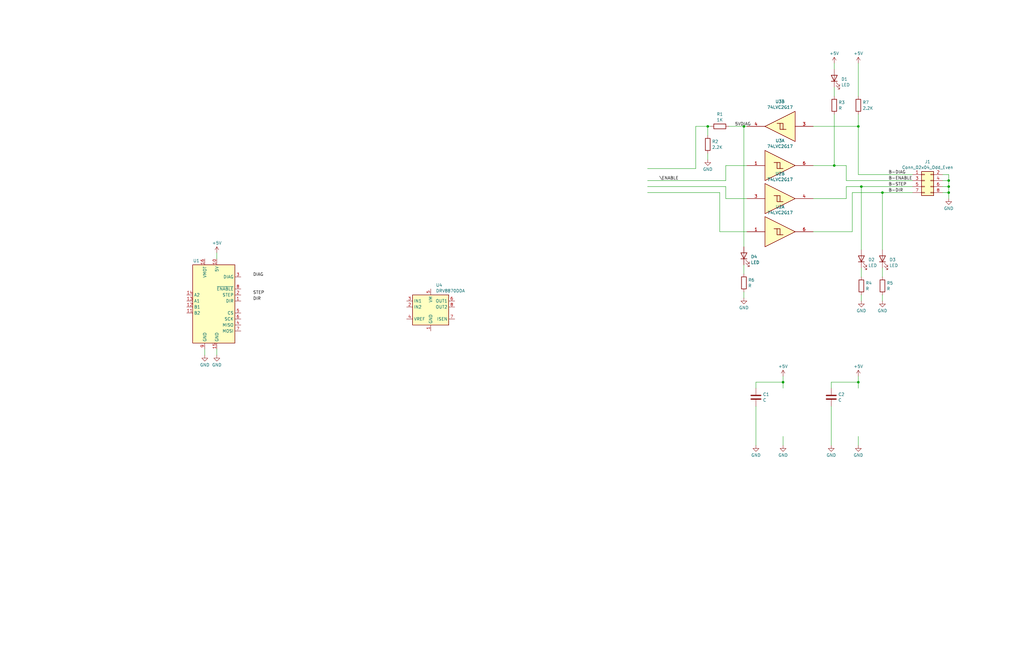
<source format=kicad_sch>
(kicad_sch (version 20231120) (generator "eeschema") (generator_version "8.0")
  (paper "USLedger")
  (title_block (title "Main-SchDoc") (date "06 02 2023"))
  (lib_symbols
    (symbol "74xGxx:74LVC2G17"
      (property "Reference" "U" (at -1.27 7.62 0))
      (property "Value" "74LVC2G17" (at 2.54 -7.62 0))
      (symbol "74LVC2G17_1_1"
        (polyline (pts (xy -2.54 1.27) (xy -1.27 1.27) (xy -1.27 -1.27)) (stroke (width 0.254)) (fill (type background)))
        (polyline (pts (xy -7.62 6.35) (xy -7.62 -6.35) (xy 5.08 0) (xy -7.62 6.35)) (stroke (width 0.254)) (fill (type background)))
        (polyline (pts (xy -3.81 1.27) (xy -2.54 1.27) (xy -2.54 -1.27) (xy 0 -1.27)) (stroke (width 0.254)) (fill (type background)))
        (pin input line (at -15.24 0 0) (length 7.62) (name "~") (number "1"))
        (pin output line (at 12.7 0 180) (length 7.62) (name "~") (number "6"))
      )
      (symbol "74LVC2G17_2_1"
        (polyline (pts (xy -2.54 1.27) (xy -1.27 1.27) (xy -1.27 -1.27)) (stroke (width 0.254)) (fill (type background)))
        (polyline (pts (xy -7.62 6.35) (xy -7.62 -6.35) (xy 5.08 0) (xy -7.62 6.35)) (stroke (width 0.254)) (fill (type background)))
        (polyline (pts (xy -3.81 1.27) (xy -2.54 1.27) (xy -2.54 -1.27) (xy 0 -1.27)) (stroke (width 0.254)) (fill (type background)))
        (pin input line (at -15.24 0 0) (length 7.62) (name "~") (number "3"))
        (pin output line (at 12.7 0 180) (length 7.62) (name "~") (number "4"))
      )
      (symbol "74LVC2G17_3_0"
        (rectangle (start -5.08 -5.08) (end 5.08 5.08) (stroke (width 0.254)) (fill (type background)))
      )
      (symbol "74LVC2G17_3_1"
        (pin power_in line (at 0 -10.16 90) (length 5.08) (name "GND") (number "2"))
        (pin power_in line (at 0 10.16 270) (length 5.08) (name "VCC") (number "5"))
      )
    )
    (symbol "Connector_Generic:Conn_02x04_Odd_Even" (pin_names (offset 1.016) hide)
      (property "Reference" "J" (at 1.27 5.08 0))
      (property "Value" "Conn_02x04_Odd_Even" (at 1.27 -7.62 0))
      (symbol "Conn_02x04_Odd_Even_1_1"
        (rectangle (start -1.27 -4.953) (end 0 -5.207) (stroke (width 0.1524)))
        (rectangle (start -1.27 -2.413) (end 0 -2.667) (stroke (width 0.1524)))
        (rectangle (start -1.27 0.127) (end 0 -0.127) (stroke (width 0.1524)))
        (rectangle (start -1.27 2.667) (end 0 2.413) (stroke (width 0.1524)))
        (rectangle (start -1.27 3.81) (end 3.81 -6.35) (stroke (width 0.254)) (fill (type background)))
        (rectangle (start 3.81 -4.953) (end 2.54 -5.207) (stroke (width 0.1524)))
        (rectangle (start 3.81 -2.413) (end 2.54 -2.667) (stroke (width 0.1524)))
        (rectangle (start 3.81 0.127) (end 2.54 -0.127) (stroke (width 0.1524)))
        (rectangle (start 3.81 2.667) (end 2.54 2.413) (stroke (width 0.1524)))
        (pin passive line (at -5.08 2.54 0) (length 3.81) (name "Pin_1") (number "1"))
        (pin passive line (at 7.62 2.54 180) (length 3.81) (name "Pin_2") (number "2"))
        (pin passive line (at -5.08 0 0) (length 3.81) (name "Pin_3") (number "3"))
        (pin passive line (at 7.62 0 180) (length 3.81) (name "Pin_4") (number "4"))
        (pin passive line (at -5.08 -2.54 0) (length 3.81) (name "Pin_5") (number "5"))
        (pin passive line (at 7.62 -2.54 180) (length 3.81) (name "Pin_6") (number "6"))
        (pin passive line (at -5.08 -5.08 0) (length 3.81) (name "Pin_7") (number "7"))
        (pin passive line (at 7.62 -5.08 180) (length 3.81) (name "Pin_8") (number "8"))
      )
    )
    (symbol "Device:C" (pin_numbers hide) (pin_names (offset 0.254))
      (property "Reference" "C" (at 0.635 2.54 0))
      (property "Value" "C" (at 0.635 -2.54 0))
      (symbol "C_0_1"
        (polyline (pts (xy -2.032 -0.762) (xy 2.032 -0.762)) (stroke (width 0.508)))
        (polyline (pts (xy -2.032 0.762) (xy 2.032 0.762)) (stroke (width 0.508)))
      )
      (symbol "C_1_1"
        (pin passive line (at 0 3.81 270) (length 2.794) (name "~") (number "1"))
        (pin passive line (at 0 -3.81 90) (length 2.794) (name "~") (number "2"))
      )
    )
    (symbol "Device:LED" (pin_numbers hide) (pin_names (offset 1.016) hide)
      (property "Reference" "D" (at 0 2.54 0))
      (property "Value" "LED" (at 0 -2.54 0))
      (symbol "LED_0_1"
        (polyline (pts (xy -1.27 -1.27) (xy -1.27 1.27)) (stroke (width 0.254)))
        (polyline (pts (xy -1.27 0) (xy 1.27 0)))
        (polyline (pts (xy 1.27 -1.27) (xy 1.27 1.27) (xy -1.27 0) (xy 1.27 -1.27)) (stroke (width 0.254)))
        (polyline (pts (xy -3.048 -0.762) (xy -4.572 -2.286) (xy -3.81 -2.286) (xy -4.572 -2.286) (xy -4.572 -1.524)))
        (polyline (pts (xy -1.778 -0.762) (xy -3.302 -2.286) (xy -2.54 -2.286) (xy -3.302 -2.286) (xy -3.302 -1.524)))
      )
      (symbol "LED_1_1"
        (pin passive line (at -3.81 0 0) (length 2.54) (name "K") (number "1"))
        (pin passive line (at 3.81 0 180) (length 2.54) (name "A") (number "2"))
      )
    )
    (symbol "Device:R" (pin_numbers hide) (pin_names (offset 0))
      (property "Reference" "R" (at 2.032 0 90))
      (property "Value" "R" (at 0 0 90))
      (symbol "R_0_1"
        (rectangle (start -1.016 -2.54) (end 1.016 2.54) (stroke (width 0.254)))
      )
      (symbol "R_1_1"
        (pin passive line (at 0 3.81 270) (length 1.27) (name "~") (number "1"))
        (pin passive line (at 0 -3.81 90) (length 1.27) (name "~") (number "2"))
      )
    )
    (symbol "Driver_Motor:DRV8870DDA"
      (property "Reference" "U" (at -6.35 6.35 0))
      (property "Value" "DRV8870DDA" (at 8.89 6.35 0))
      (symbol "DRV8870DDA_0_1"
        (rectangle (start -7.62 5.08) (end 7.62 -7.62) (stroke (width 0.254)) (fill (type background)))
      )
      (symbol "DRV8870DDA_1_1"
        (pin power_in line (at 0 -10.16 90) (length 2.54) (name "GND") (number "1"))
        (pin input line (at -10.16 0 0) (length 2.54) (name "IN2") (number "2"))
        (pin input line (at -10.16 2.54 0) (length 2.54) (name "IN1") (number "3"))
        (pin input line (at -10.16 -5.08 0) (length 2.54) (name "VREF") (number "4"))
        (pin power_in line (at 0 7.62 270) (length 2.54) (name "VM") (number "5"))
        (pin output line (at 10.16 2.54 180) (length 2.54) (name "OUT1") (number "6"))
        (pin passive line (at 10.16 -5.08 180) (length 2.54) (name "ISEN") (number "7"))
        (pin output line (at 10.16 0 180) (length 2.54) (name "OUT2") (number "8"))
        (pin passive line (at 0 -10.16 90) (length 2.54) hide (name "GND") (number "9"))
      )
    )
    (symbol "custom:ez-driver-connector"
      (property "Reference" "U" (at -2.54 19.05 0))
      (symbol "ez-driver-connector_0_1"
        (rectangle (start 10.16 -17.78) (end -7.62 15.24) (stroke (width 0.254)) (fill (type background)))
      )
      (symbol "ez-driver-connector_1_1"
        (pin input line (at -10.16 0 0) (length 2.54) (name "DIR") (number "1"))
        (pin power_in line (at 0 17.78 270) (length 2.54) (name "5V") (number "10"))
        (pin output line (at 12.7 -5.08 180) (length 2.54) (name "B2") (number "11"))
        (pin output line (at 12.7 -2.54 180) (length 2.54) (name "B1") (number "12"))
        (pin output line (at 12.7 0 180) (length 2.54) (name "A1") (number "13"))
        (pin output line (at 12.7 2.54 180) (length 2.54) (name "A2") (number "14"))
        (pin power_in line (at 0 -20.32 90) (length 2.54) (name "GND") (number "15"))
        (pin power_in line (at 5.08 17.78 270) (length 2.54) (name "VMOT") (number "16"))
        (pin input line (at -10.16 2.54 0) (length 2.54) (name "STEP") (number "2"))
        (pin input line (at -10.16 10.16 0) (length 2.54) (name "DIAG") (number "3"))
        (pin input line (at -10.16 -10.16 0) (length 2.54) (name "MISO") (number "4"))
        (pin input line (at -10.16 -5.08 0) (length 2.54) (name "CS") (number "5"))
        (pin input line (at -10.16 -7.62 0) (length 2.54) (name "SCK") (number "6"))
        (pin input line (at -10.16 -12.7 0) (length 2.54) (name "MOSI") (number "7"))
        (pin input line (at -10.16 5.08 0) (length 2.54) (name "~{ENABLE}") (number "8"))
        (pin power_in line (at 5.08 -20.32 90) (length 2.54) (name "GND") (number "9"))
      )
    )
    (symbol "power:+5V" (power) (pin_names (offset 0))
      (property "Value" "+5V" (at 0 3.556 0))
      (symbol "+5V_0_1"
        (polyline (pts (xy -0.762 1.27) (xy 0 2.54)))
        (polyline (pts (xy 0 0) (xy 0 2.54)))
        (polyline (pts (xy 0 2.54) (xy 0.762 1.27)))
      )
      (symbol "+5V_1_1"
        (pin power_in line (at 0 0 90) (length 0) hide (name "+5V") (number "1"))
      )
    )
    (symbol "power:GND" (power) (pin_names (offset 0))
      (property "Value" "GND" (at 0 -3.81 0))
      (symbol "GND_0_1"
        (polyline (pts (xy 0 0) (xy 0 -1.27) (xy 1.27 -1.27) (xy 0 -2.54) (xy -1.27 -1.27) (xy 0 -1.27)))
      )
      (symbol "GND_1_1"
        (pin power_in line (at 0 0 270) (length 0) hide (name "GND") (number "1"))
      )
    )
  )
  (junction (at 400.05 76.2))
  (junction (at 372.11 81.28))
  (junction (at 298.45 53.34))
  (junction (at 400.05 81.28))
  (junction (at 330.2 161.29))
  (junction (at 351.79 69.85))
  (junction (at 361.95 53.34))
  (junction (at 361.95 161.29))
  (junction (at 400.05 78.74))
  (junction (at 313.69 53.34))
  (junction (at 363.22 78.74))
  (wire (pts (xy 400.05 78.74) (xy 400.05 76.2)))
  (wire (pts (xy 273.05 71.12) (xy 293.37 71.12)))
  (wire (pts (xy 361.95 26.67) (xy 361.95 40.64)))
  (wire (pts (xy 372.11 113.03) (xy 372.11 116.84)))
  (wire (pts (xy 273.05 78.74) (xy 306.07 78.74)))
  (wire (pts (xy 351.79 69.85) (xy 356.87 69.85)))
  (wire (pts (xy 372.11 124.46) (xy 372.11 127)))
  (wire (pts (xy 350.52 171.45) (xy 350.52 187.96)))
  (wire (pts (xy 298.45 53.34) (xy 298.45 57.15)))
  (wire (pts (xy 303.53 97.79) (xy 303.53 81.28)))
  (wire (pts (xy 314.96 97.79) (xy 303.53 97.79)))
  (wire (pts (xy 350.52 161.29) (xy 361.95 161.29)))
  (wire (pts (xy 306.07 83.82) (xy 314.96 83.82)))
  (wire (pts (xy 363.22 78.74) (xy 384.81 78.74)))
  (wire (pts (xy 400.05 76.2) (xy 397.51 76.2)))
  (wire (pts (xy 91.44 147.32) (xy 91.44 149.86)))
  (wire (pts (xy 307.34 53.34) (xy 313.69 53.34)))
  (wire (pts (xy 318.77 171.45) (xy 318.77 187.96)))
  (wire (pts (xy 306.07 69.85) (xy 314.96 69.85)))
  (wire (pts (xy 384.81 76.2) (xy 356.87 76.2)))
  (wire (pts (xy 351.79 48.26) (xy 351.79 69.85)))
  (wire (pts (xy 330.2 161.29) (xy 330.2 163.83)))
  (wire (pts (xy 361.95 48.26) (xy 361.95 53.34)))
  (wire (pts (xy 361.95 53.34) (xy 361.95 73.66)))
  (wire (pts (xy 400.05 83.82) (xy 400.05 81.28)))
  (wire (pts (xy 313.69 111.76) (xy 313.69 115.57)))
  (wire (pts (xy 293.37 71.12) (xy 293.37 53.34)))
  (wire (pts (xy 342.9 83.82) (xy 356.87 83.82)))
  (wire (pts (xy 318.77 161.29) (xy 330.2 161.29)))
  (wire (pts (xy 356.87 76.2) (xy 356.87 69.85)))
  (wire (pts (xy 299.72 53.34) (xy 298.45 53.34)))
  (wire (pts (xy 313.69 53.34) (xy 314.96 53.34)))
  (wire (pts (xy 293.37 53.34) (xy 298.45 53.34)))
  (wire (pts (xy 298.45 67.31) (xy 298.45 64.77)))
  (wire (pts (xy 361.95 161.29) (xy 361.95 163.83)))
  (wire (pts (xy 318.77 163.83) (xy 318.77 161.29)))
  (wire (pts (xy 86.36 147.32) (xy 86.36 149.86)))
  (wire (pts (xy 361.95 158.75) (xy 361.95 161.29)))
  (wire (pts (xy 363.22 124.46) (xy 363.22 127)))
  (wire (pts (xy 306.07 76.2) (xy 306.07 69.85)))
  (wire (pts (xy 361.95 73.66) (xy 384.81 73.66)))
  (wire (pts (xy 91.44 106.68) (xy 91.44 109.22)))
  (wire (pts (xy 313.69 123.19) (xy 313.69 125.73)))
  (wire (pts (xy 351.79 26.67) (xy 351.79 29.21)))
  (wire (pts (xy 363.22 105.41) (xy 363.22 78.74)))
  (wire (pts (xy 363.22 113.03) (xy 363.22 116.84)))
  (wire (pts (xy 400.05 78.74) (xy 397.51 78.74)))
  (wire (pts (xy 356.87 83.82) (xy 356.87 78.74)))
  (wire (pts (xy 342.9 53.34) (xy 361.95 53.34)))
  (wire (pts (xy 400.05 73.66) (xy 397.51 73.66)))
  (wire (pts (xy 350.52 163.83) (xy 350.52 161.29)))
  (wire (pts (xy 372.11 105.41) (xy 372.11 81.28)))
  (wire (pts (xy 361.95 184.15) (xy 361.95 187.96)))
  (wire (pts (xy 359.41 81.28) (xy 372.11 81.28)))
  (wire (pts (xy 342.9 69.85) (xy 351.79 69.85)))
  (wire (pts (xy 359.41 81.28) (xy 359.41 97.79)))
  (wire (pts (xy 303.53 81.28) (xy 273.05 81.28)))
  (wire (pts (xy 356.87 78.74) (xy 363.22 78.74)))
  (wire (pts (xy 351.79 36.83) (xy 351.79 40.64)))
  (wire (pts (xy 400.05 81.28) (xy 397.51 81.28)))
  (wire (pts (xy 359.41 97.79) (xy 342.9 97.79)))
  (wire (pts (xy 273.05 76.2) (xy 306.07 76.2)))
  (wire (pts (xy 306.07 78.74) (xy 306.07 83.82)))
  (wire (pts (xy 330.2 184.15) (xy 330.2 187.96)))
  (wire (pts (xy 313.69 104.14) (xy 313.69 53.34)))
  (wire (pts (xy 400.05 76.2) (xy 400.05 73.66)))
  (wire (pts (xy 372.11 81.28) (xy 384.81 81.28)))
  (wire (pts (xy 330.2 158.75) (xy 330.2 161.29)))
  (wire (pts (xy 400.05 81.28) (xy 400.05 78.74)))
  (label "B-ENABLE" (at 374.65 76.2 0))
  (label "B-DIR" (at 374.65 81.28 0))
  (label "STEP" (at 106.68 124.46 0))
  (label "B-DIAG" (at 374.65 73.66 0))
  (label "DIAG" (at 106.68 116.84 0))
  (label "DIR" (at 106.68 127 0))
  (label "B-STEP" (at 374.65 78.74 0))
  (label "\\ENABLE" (at 278.13 76.2 0))
  (label "5VDIAG" (at 309.88 53.34 0))
  (symbol (lib_id "power:GND") (at 91.44 149.86 0) (mirror y) (unit 1)
    (property "Reference" "#PWR02" (effects (hide yes)))
    (property "Value" "GND" (at 91.44 153.9931 0))
  )
  (symbol (lib_id "74xGxx:74LVC2G17") (at 327.66 53.34 180) (unit 2)
    (property "Reference" "U3" (at 328.93 42.8457 0))
    (property "Value" "74LVC2G17" (at 328.93 45.2699 0))
    (property "Footprint" "Package_TO_SOT_SMD:SOT-363_SC-70-6" (effects (hide yes)))
    (property "Datasheet" "http://www.ti.com/lit/sg/scyt129e/scyt129e.pdf" (effects (hide yes)))
    (property "LCSC" "C10429" (effects (hide yes)))
  )
  (symbol (lib_id "Device:R") (at 363.22 120.65 180) (unit 1)
    (property "Reference" "R4" (at 364.998 119.4379 0) (effects (justify right)))
    (property "Value" "R" (at 364.998 121.8621 0) (effects (justify right)))
    (property "Footprint" "Resistor_SMD:R_0603_1608Metric" (effects (hide yes)))
    (property "LCSC" "C4190" (effects (hide yes)))
  )
  (symbol (lib_id "Device:LED") (at 351.79 33.02 90) (unit 1)
    (property "Reference" "D1" (at 354.711 33.3954 90) (effects (justify right)))
    (property "Value" "LED" (at 354.711 35.8196 90) (effects (justify right)))
    (property "Footprint" "LED_SMD:LED_0603_1608Metric" (effects (hide yes)))
    (property "LCSC" "C2286" (effects (hide yes)))
  )
  (symbol (lib_id "power:+5V") (at 361.95 26.67 0) (mirror y) (unit 1)
    (property "Reference" "#PWR016" (effects (hide yes)))
    (property "Value" "+5V" (at 361.95 22.5369 0))
  )
  (symbol (lib_id "power:+5V") (at 351.79 26.67 0) (mirror y) (unit 1)
    (property "Reference" "#PWR012" (effects (hide yes)))
    (property "Value" "+5V" (at 351.79 22.5369 0))
  )
  (symbol (lib_id "power:GND") (at 86.36 149.86 0) (mirror y) (unit 1)
    (property "Reference" "#PWR03" (effects (hide yes)))
    (property "Value" "GND" (at 86.36 153.9931 0))
  )
  (symbol (lib_id "74xGxx:74LVC2G17") (at 330.2 83.82 0) (unit 2)
    (property "Reference" "U2" (at 328.93 73.3257 0))
    (property "Value" "74LVC2G17" (at 328.93 75.7499 0))
    (property "Footprint" "Package_TO_SOT_SMD:SOT-363_SC-70-6" (effects (hide yes)))
    (property "Datasheet" "http://www.ti.com/lit/sg/scyt129e/scyt129e.pdf" (effects (hide yes)))
    (property "LCSC" "C10429" (effects (hide yes)))
  )
  (symbol (lib_id "Device:C") (at 350.52 167.64 0) (unit 1)
    (property "Reference" "C2" (at 353.441 166.4279 0) (effects (justify left)))
    (property "Value" "C" (at 353.441 168.8521 0) (effects (justify left)))
    (property "Footprint" "Capacitor_SMD:C_0603_1608Metric" (effects (hide yes)))
    (property "LCSC" "C15849" (effects (hide yes)))
  )
  (symbol (lib_id "Device:LED") (at 313.69 107.95 90) (unit 1)
    (property "Reference" "D4" (at 316.611 108.3254 90) (effects (justify right)))
    (property "Value" "LED" (at 316.611 110.7496 90) (effects (justify right)))
    (property "Footprint" "LED_SMD:LED_0603_1608Metric" (effects (hide yes)))
    (property "LCSC" "C2286" (effects (hide yes)))
  )
  (symbol (lib_id "power:GND") (at 400.05 83.82 0) (mirror y) (unit 1)
    (property "Reference" "#PWR05" (effects (hide yes)))
    (property "Value" "GND" (at 400.05 87.9531 0))
  )
  (symbol (lib_id "Device:C") (at 318.77 167.64 0) (unit 1)
    (property "Reference" "C1" (at 321.691 166.4279 0) (effects (justify left)))
    (property "Value" "C" (at 321.691 168.8521 0) (effects (justify left)))
    (property "Footprint" "Capacitor_SMD:C_0603_1608Metric" (effects (hide yes)))
    (property "LCSC" "C15849" (effects (hide yes)))
  )
  (symbol (lib_id "74xGxx:74LVC2G17") (at 330.2 69.85 0) (unit 1)
    (property "Reference" "U3" (at 328.93 59.3557 0))
    (property "Value" "74LVC2G17" (at 328.93 61.7799 0))
    (property "Footprint" "Package_TO_SOT_SMD:SOT-363_SC-70-6" (effects (hide yes)))
    (property "Datasheet" "http://www.ti.com/lit/sg/scyt129e/scyt129e.pdf" (effects (hide yes)))
    (property "LCSC" "C10429" (effects (hide yes)))
  )
  (symbol (lib_id "power:GND") (at 363.22 127 0) (mirror y) (unit 1)
    (property "Reference" "#PWR014" (effects (hide yes)))
    (property "Value" "GND" (at 363.22 131.1331 0))
  )
  (symbol (lib_id "custom:ez-driver-connector") (at 91.44 127 0) (mirror y) (unit 1)
    (property "Reference" "U1" (at 84.1659 110.0399 0) (effects (justify left)))
    (property "Value" "EZ Driver Interface" (effects (hide yes)))
    (property "Footprint" "custom:EZ_Stepper_Edge_Connector" (effects (hide yes)))
  )
  (symbol (lib_id "power:GND") (at 372.11 127 0) (mirror y) (unit 1)
    (property "Reference" "#PWR015" (effects (hide yes)))
    (property "Value" "GND" (at 372.11 131.1331 0))
  )
  (symbol (lib_id "Connector_Generic:Conn_02x04_Odd_Even") (at 389.89 76.2 0) (unit 1)
    (property "Reference" "J1" (at 391.16 68.2457 0))
    (property "Value" "Conn_02x04_Odd_Even" (at 391.16 70.6699 0))
    (property "Footprint" "Connector_Molex:Molex_PicoBlade_53261-0871_1x08-1MP_P1.25mm_Horizontal" (effects (hide yes)))
    (property "LCSC" "C293349" (effects (hide yes)))
  )
  (symbol (lib_id "74xGxx:74LVC2G17") (at 330.2 97.79 0) (unit 1)
    (property "Reference" "U2" (at 328.93 87.2957 0))
    (property "Value" "74LVC2G17" (at 328.93 89.7199 0))
    (property "Footprint" "Package_TO_SOT_SMD:SOT-363_SC-70-6" (effects (hide yes)))
    (property "Datasheet" "http://www.ti.com/lit/sg/scyt129e/scyt129e.pdf" (effects (hide yes)))
    (property "LCSC" "C10429" (effects (hide yes)))
  )
  (symbol (lib_id "power:GND") (at 318.77 187.96 0) (mirror y) (unit 1)
    (property "Reference" "#PWR011" (effects (hide yes)))
    (property "Value" "GND" (at 318.77 192.0931 0))
  )
  (symbol (lib_id "Device:R") (at 313.69 119.38 180) (unit 1)
    (property "Reference" "R6" (at 315.468 118.1679 0) (effects (justify right)))
    (property "Value" "R" (at 315.468 120.5921 0) (effects (justify right)))
    (property "Footprint" "Resistor_SMD:R_0603_1608Metric" (effects (hide yes)))
    (property "LCSC" "C4190" (effects (hide yes)))
  )
  (symbol (lib_id "Device:LED") (at 363.22 109.22 90) (unit 1)
    (property "Reference" "D2" (at 366.141 109.5954 90) (effects (justify right)))
    (property "Value" "LED" (at 366.141 112.0196 90) (effects (justify right)))
    (property "Footprint" "LED_SMD:LED_0603_1608Metric" (effects (hide yes)))
    (property "LCSC" "C2286" (effects (hide yes)))
  )
  (symbol (lib_id "Device:R") (at 372.11 120.65 180) (unit 1)
    (property "Reference" "R5" (at 373.888 119.4379 0) (effects (justify right)))
    (property "Value" "R" (at 373.888 121.8621 0) (effects (justify right)))
    (property "Footprint" "Resistor_SMD:R_0603_1608Metric" (effects (hide yes)))
    (property "LCSC" "C4190" (effects (hide yes)))
  )
  (symbol (lib_id "Driver_Motor:DRV8870DDA") (at 181.61 129.54 0) (unit 1)
    (property "Reference" "U4" (at 183.8041 120.3155 0) (effects (justify left)))
    (property "Value" "DRV8870DDA" (at 183.8041 122.7398 0) (effects (justify left)))
    (property "Footprint" "Package_SO:Texas_HTSOP-8-1EP_3.9x4.9mm_P1.27mm_EP2.95x4.9mm_Mask2.4x3.1mm_ThermalVias" (effects (hide yes)))
    (property "Datasheet" "http://www.ti.com/lit/ds/symlink/drv8870.pdf" (effects (hide yes)))
    (property "Description" "Brushed DC Motor Driver, PWM Control, 45V, 3.6A, Dynamic current limiting, HTSOP-8" (effects (hide yes)))
  )
  (symbol (lib_id "Device:R") (at 298.45 60.96 180) (unit 1)
    (property "Reference" "R2" (at 300.228 59.7479 0) (effects (justify right)))
    (property "Value" "2.2K" (at 300.228 62.1721 0) (effects (justify right)))
    (property "Footprint" "Resistor_SMD:R_0603_1608Metric" (effects (hide yes)))
    (property "LCSC" "C4190" (effects (hide yes)))
  )
  (symbol (lib_id "Device:R") (at 351.79 44.45 180) (unit 1)
    (property "Reference" "R3" (at 353.568 43.2379 0) (effects (justify right)))
    (property "Value" "R" (at 353.568 45.6621 0) (effects (justify right)))
    (property "Footprint" "Resistor_SMD:R_0603_1608Metric" (effects (hide yes)))
    (property "LCSC" "C4190" (effects (hide yes)))
  )
  (symbol (lib_id "power:GND") (at 298.45 67.31 0) (mirror y) (unit 1)
    (property "Reference" "#PWR04" (effects (hide yes)))
    (property "Value" "GND" (at 298.45 71.4431 0))
  )
  (symbol (lib_id "power:+5V") (at 330.2 158.75 0) (mirror y) (unit 1)
    (property "Reference" "#PWR06" (effects (hide yes)))
    (property "Value" "+5V" (at 330.2 154.6169 0))
  )
  (symbol (lib_id "power:GND") (at 313.69 125.73 0) (mirror y) (unit 1)
    (property "Reference" "#PWR013" (effects (hide yes)))
    (property "Value" "GND" (at 313.69 129.8631 0))
  )
  (symbol (lib_id "power:+5V") (at 91.44 106.68 0) (mirror y) (unit 1)
    (property "Reference" "#PWR01" (effects (hide yes)))
    (property "Value" "+5V" (at 91.44 102.5469 0))
  )
  (symbol (lib_id "Device:LED") (at 372.11 109.22 90) (unit 1)
    (property "Reference" "D3" (at 375.031 109.5954 90) (effects (justify right)))
    (property "Value" "LED" (at 375.031 112.0196 90) (effects (justify right)))
    (property "Footprint" "LED_SMD:LED_0603_1608Metric" (effects (hide yes)))
    (property "LCSC" "C2286" (effects (hide yes)))
  )
  (symbol (lib_id "power:+5V") (at 361.95 158.75 0) (mirror y) (unit 1)
    (property "Reference" "#PWR07" (effects (hide yes)))
    (property "Value" "+5V" (at 361.95 154.6169 0))
  )
  (symbol (lib_id "Device:R") (at 361.95 44.45 180) (unit 1)
    (property "Reference" "R7" (at 363.728 43.2379 0) (effects (justify right)))
    (property "Value" "2.2K" (at 363.728 45.6621 0) (effects (justify right)))
    (property "Footprint" "Resistor_SMD:R_0603_1608Metric" (effects (hide yes)))
    (property "LCSC" "C4190" (effects (hide yes)))
  )
  (symbol (lib_id "power:GND") (at 330.2 187.96 0) (mirror y) (unit 1)
    (property "Reference" "#PWR08" (effects (hide yes)))
    (property "Value" "GND" (at 330.2 192.0931 0))
  )
  (symbol (lib_id "Device:R") (at 303.53 53.34 90) (unit 1)
    (property "Reference" "R1" (at 303.53 48.1797 90))
    (property "Value" "1K" (at 303.53 50.6039 90))
    (property "Footprint" "Resistor_SMD:R_0603_1608Metric" (effects (hide yes)))
    (property "LCSC" "C21190" (effects (hide yes)))
  )
  (symbol (lib_id "power:GND") (at 361.95 187.96 0) (mirror y) (unit 1)
    (property "Reference" "#PWR09" (effects (hide yes)))
    (property "Value" "GND" (at 361.95 192.0931 0))
  )
  (symbol (lib_id "power:GND") (at 350.52 187.96 0) (mirror y) (unit 1)
    (property "Reference" "#PWR010" (effects (hide yes)))
    (property "Value" "GND" (at 350.52 192.0931 0))
  )
)
</source>
